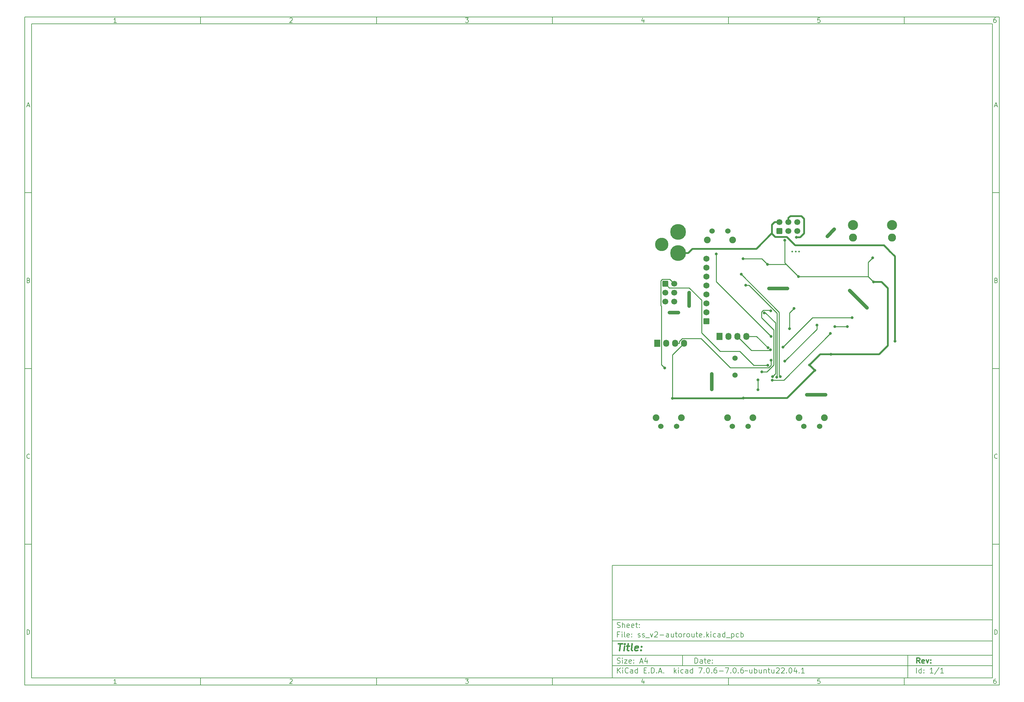
<source format=gbr>
%TF.GenerationSoftware,KiCad,Pcbnew,7.0.6-7.0.6~ubuntu22.04.1*%
%TF.CreationDate,2023-08-01T15:27:09+02:00*%
%TF.ProjectId,ss_v2-autoroute,73735f76-322d-4617-9574-6f726f757465,rev?*%
%TF.SameCoordinates,Original*%
%TF.FileFunction,Copper,L2,Bot*%
%TF.FilePolarity,Positive*%
%FSLAX46Y46*%
G04 Gerber Fmt 4.6, Leading zero omitted, Abs format (unit mm)*
G04 Created by KiCad (PCBNEW 7.0.6-7.0.6~ubuntu22.04.1) date 2023-08-01 15:27:09*
%MOMM*%
%LPD*%
G01*
G04 APERTURE LIST*
G04 Aperture macros list*
%AMRoundRect*
0 Rectangle with rounded corners*
0 $1 Rounding radius*
0 $2 $3 $4 $5 $6 $7 $8 $9 X,Y pos of 4 corners*
0 Add a 4 corners polygon primitive as box body*
4,1,4,$2,$3,$4,$5,$6,$7,$8,$9,$2,$3,0*
0 Add four circle primitives for the rounded corners*
1,1,$1+$1,$2,$3*
1,1,$1+$1,$4,$5*
1,1,$1+$1,$6,$7*
1,1,$1+$1,$8,$9*
0 Add four rect primitives between the rounded corners*
20,1,$1+$1,$2,$3,$4,$5,0*
20,1,$1+$1,$4,$5,$6,$7,0*
20,1,$1+$1,$6,$7,$8,$9,0*
20,1,$1+$1,$8,$9,$2,$3,0*%
G04 Aperture macros list end*
%ADD10C,0.100000*%
%ADD11C,0.150000*%
%ADD12C,0.300000*%
%ADD13C,0.400000*%
%TA.AperFunction,ComponentPad*%
%ADD14R,1.730000X2.030000*%
%TD*%
%TA.AperFunction,ComponentPad*%
%ADD15O,1.730000X2.030000*%
%TD*%
%TA.AperFunction,ComponentPad*%
%ADD16RoundRect,0.250000X-0.600000X-0.600000X0.600000X-0.600000X0.600000X0.600000X-0.600000X0.600000X0*%
%TD*%
%TA.AperFunction,ComponentPad*%
%ADD17C,1.700000*%
%TD*%
%TA.AperFunction,ComponentPad*%
%ADD18C,1.500000*%
%TD*%
%TA.AperFunction,ComponentPad*%
%ADD19C,1.524000*%
%TD*%
%TA.AperFunction,ComponentPad*%
%ADD20C,1.905000*%
%TD*%
%TA.AperFunction,ComponentPad*%
%ADD21C,4.500000*%
%TD*%
%TA.AperFunction,ComponentPad*%
%ADD22C,3.800000*%
%TD*%
%TA.AperFunction,ComponentPad*%
%ADD23RoundRect,0.250000X0.600000X-0.600000X0.600000X0.600000X-0.600000X0.600000X-0.600000X-0.600000X0*%
%TD*%
%TA.AperFunction,ComponentPad*%
%ADD24RoundRect,0.250000X0.620000X-0.620000X0.620000X0.620000X-0.620000X0.620000X-0.620000X-0.620000X0*%
%TD*%
%TA.AperFunction,ComponentPad*%
%ADD25C,1.740000*%
%TD*%
%TA.AperFunction,ComponentPad*%
%ADD26C,2.280000*%
%TD*%
%TA.AperFunction,ComponentPad*%
%ADD27C,2.850000*%
%TD*%
%TA.AperFunction,ComponentPad*%
%ADD28C,0.499999*%
%TD*%
%TA.AperFunction,ViaPad*%
%ADD29C,0.800000*%
%TD*%
%TA.AperFunction,Conductor*%
%ADD30C,0.250000*%
%TD*%
%TA.AperFunction,Conductor*%
%ADD31C,1.000000*%
%TD*%
%TA.AperFunction,Conductor*%
%ADD32C,0.500000*%
%TD*%
G04 APERTURE END LIST*
D10*
D11*
X177002200Y-166007200D02*
X285002200Y-166007200D01*
X285002200Y-198007200D01*
X177002200Y-198007200D01*
X177002200Y-166007200D01*
D10*
D11*
X10000000Y-10000000D02*
X287002200Y-10000000D01*
X287002200Y-200007200D01*
X10000000Y-200007200D01*
X10000000Y-10000000D01*
D10*
D11*
X12000000Y-12000000D02*
X285002200Y-12000000D01*
X285002200Y-198007200D01*
X12000000Y-198007200D01*
X12000000Y-12000000D01*
D10*
D11*
X60000000Y-12000000D02*
X60000000Y-10000000D01*
D10*
D11*
X110000000Y-12000000D02*
X110000000Y-10000000D01*
D10*
D11*
X160000000Y-12000000D02*
X160000000Y-10000000D01*
D10*
D11*
X210000000Y-12000000D02*
X210000000Y-10000000D01*
D10*
D11*
X260000000Y-12000000D02*
X260000000Y-10000000D01*
D10*
D11*
X36089160Y-11593604D02*
X35346303Y-11593604D01*
X35717731Y-11593604D02*
X35717731Y-10293604D01*
X35717731Y-10293604D02*
X35593922Y-10479319D01*
X35593922Y-10479319D02*
X35470112Y-10603128D01*
X35470112Y-10603128D02*
X35346303Y-10665033D01*
D10*
D11*
X85346303Y-10417414D02*
X85408207Y-10355509D01*
X85408207Y-10355509D02*
X85532017Y-10293604D01*
X85532017Y-10293604D02*
X85841541Y-10293604D01*
X85841541Y-10293604D02*
X85965350Y-10355509D01*
X85965350Y-10355509D02*
X86027255Y-10417414D01*
X86027255Y-10417414D02*
X86089160Y-10541223D01*
X86089160Y-10541223D02*
X86089160Y-10665033D01*
X86089160Y-10665033D02*
X86027255Y-10850747D01*
X86027255Y-10850747D02*
X85284398Y-11593604D01*
X85284398Y-11593604D02*
X86089160Y-11593604D01*
D10*
D11*
X135284398Y-10293604D02*
X136089160Y-10293604D01*
X136089160Y-10293604D02*
X135655826Y-10788842D01*
X135655826Y-10788842D02*
X135841541Y-10788842D01*
X135841541Y-10788842D02*
X135965350Y-10850747D01*
X135965350Y-10850747D02*
X136027255Y-10912652D01*
X136027255Y-10912652D02*
X136089160Y-11036461D01*
X136089160Y-11036461D02*
X136089160Y-11345985D01*
X136089160Y-11345985D02*
X136027255Y-11469795D01*
X136027255Y-11469795D02*
X135965350Y-11531700D01*
X135965350Y-11531700D02*
X135841541Y-11593604D01*
X135841541Y-11593604D02*
X135470112Y-11593604D01*
X135470112Y-11593604D02*
X135346303Y-11531700D01*
X135346303Y-11531700D02*
X135284398Y-11469795D01*
D10*
D11*
X185965350Y-10726938D02*
X185965350Y-11593604D01*
X185655826Y-10231700D02*
X185346303Y-11160271D01*
X185346303Y-11160271D02*
X186151064Y-11160271D01*
D10*
D11*
X236027255Y-10293604D02*
X235408207Y-10293604D01*
X235408207Y-10293604D02*
X235346303Y-10912652D01*
X235346303Y-10912652D02*
X235408207Y-10850747D01*
X235408207Y-10850747D02*
X235532017Y-10788842D01*
X235532017Y-10788842D02*
X235841541Y-10788842D01*
X235841541Y-10788842D02*
X235965350Y-10850747D01*
X235965350Y-10850747D02*
X236027255Y-10912652D01*
X236027255Y-10912652D02*
X236089160Y-11036461D01*
X236089160Y-11036461D02*
X236089160Y-11345985D01*
X236089160Y-11345985D02*
X236027255Y-11469795D01*
X236027255Y-11469795D02*
X235965350Y-11531700D01*
X235965350Y-11531700D02*
X235841541Y-11593604D01*
X235841541Y-11593604D02*
X235532017Y-11593604D01*
X235532017Y-11593604D02*
X235408207Y-11531700D01*
X235408207Y-11531700D02*
X235346303Y-11469795D01*
D10*
D11*
X285965350Y-10293604D02*
X285717731Y-10293604D01*
X285717731Y-10293604D02*
X285593922Y-10355509D01*
X285593922Y-10355509D02*
X285532017Y-10417414D01*
X285532017Y-10417414D02*
X285408207Y-10603128D01*
X285408207Y-10603128D02*
X285346303Y-10850747D01*
X285346303Y-10850747D02*
X285346303Y-11345985D01*
X285346303Y-11345985D02*
X285408207Y-11469795D01*
X285408207Y-11469795D02*
X285470112Y-11531700D01*
X285470112Y-11531700D02*
X285593922Y-11593604D01*
X285593922Y-11593604D02*
X285841541Y-11593604D01*
X285841541Y-11593604D02*
X285965350Y-11531700D01*
X285965350Y-11531700D02*
X286027255Y-11469795D01*
X286027255Y-11469795D02*
X286089160Y-11345985D01*
X286089160Y-11345985D02*
X286089160Y-11036461D01*
X286089160Y-11036461D02*
X286027255Y-10912652D01*
X286027255Y-10912652D02*
X285965350Y-10850747D01*
X285965350Y-10850747D02*
X285841541Y-10788842D01*
X285841541Y-10788842D02*
X285593922Y-10788842D01*
X285593922Y-10788842D02*
X285470112Y-10850747D01*
X285470112Y-10850747D02*
X285408207Y-10912652D01*
X285408207Y-10912652D02*
X285346303Y-11036461D01*
D10*
D11*
X60000000Y-198007200D02*
X60000000Y-200007200D01*
D10*
D11*
X110000000Y-198007200D02*
X110000000Y-200007200D01*
D10*
D11*
X160000000Y-198007200D02*
X160000000Y-200007200D01*
D10*
D11*
X210000000Y-198007200D02*
X210000000Y-200007200D01*
D10*
D11*
X260000000Y-198007200D02*
X260000000Y-200007200D01*
D10*
D11*
X36089160Y-199600804D02*
X35346303Y-199600804D01*
X35717731Y-199600804D02*
X35717731Y-198300804D01*
X35717731Y-198300804D02*
X35593922Y-198486519D01*
X35593922Y-198486519D02*
X35470112Y-198610328D01*
X35470112Y-198610328D02*
X35346303Y-198672233D01*
D10*
D11*
X85346303Y-198424614D02*
X85408207Y-198362709D01*
X85408207Y-198362709D02*
X85532017Y-198300804D01*
X85532017Y-198300804D02*
X85841541Y-198300804D01*
X85841541Y-198300804D02*
X85965350Y-198362709D01*
X85965350Y-198362709D02*
X86027255Y-198424614D01*
X86027255Y-198424614D02*
X86089160Y-198548423D01*
X86089160Y-198548423D02*
X86089160Y-198672233D01*
X86089160Y-198672233D02*
X86027255Y-198857947D01*
X86027255Y-198857947D02*
X85284398Y-199600804D01*
X85284398Y-199600804D02*
X86089160Y-199600804D01*
D10*
D11*
X135284398Y-198300804D02*
X136089160Y-198300804D01*
X136089160Y-198300804D02*
X135655826Y-198796042D01*
X135655826Y-198796042D02*
X135841541Y-198796042D01*
X135841541Y-198796042D02*
X135965350Y-198857947D01*
X135965350Y-198857947D02*
X136027255Y-198919852D01*
X136027255Y-198919852D02*
X136089160Y-199043661D01*
X136089160Y-199043661D02*
X136089160Y-199353185D01*
X136089160Y-199353185D02*
X136027255Y-199476995D01*
X136027255Y-199476995D02*
X135965350Y-199538900D01*
X135965350Y-199538900D02*
X135841541Y-199600804D01*
X135841541Y-199600804D02*
X135470112Y-199600804D01*
X135470112Y-199600804D02*
X135346303Y-199538900D01*
X135346303Y-199538900D02*
X135284398Y-199476995D01*
D10*
D11*
X185965350Y-198734138D02*
X185965350Y-199600804D01*
X185655826Y-198238900D02*
X185346303Y-199167471D01*
X185346303Y-199167471D02*
X186151064Y-199167471D01*
D10*
D11*
X236027255Y-198300804D02*
X235408207Y-198300804D01*
X235408207Y-198300804D02*
X235346303Y-198919852D01*
X235346303Y-198919852D02*
X235408207Y-198857947D01*
X235408207Y-198857947D02*
X235532017Y-198796042D01*
X235532017Y-198796042D02*
X235841541Y-198796042D01*
X235841541Y-198796042D02*
X235965350Y-198857947D01*
X235965350Y-198857947D02*
X236027255Y-198919852D01*
X236027255Y-198919852D02*
X236089160Y-199043661D01*
X236089160Y-199043661D02*
X236089160Y-199353185D01*
X236089160Y-199353185D02*
X236027255Y-199476995D01*
X236027255Y-199476995D02*
X235965350Y-199538900D01*
X235965350Y-199538900D02*
X235841541Y-199600804D01*
X235841541Y-199600804D02*
X235532017Y-199600804D01*
X235532017Y-199600804D02*
X235408207Y-199538900D01*
X235408207Y-199538900D02*
X235346303Y-199476995D01*
D10*
D11*
X285965350Y-198300804D02*
X285717731Y-198300804D01*
X285717731Y-198300804D02*
X285593922Y-198362709D01*
X285593922Y-198362709D02*
X285532017Y-198424614D01*
X285532017Y-198424614D02*
X285408207Y-198610328D01*
X285408207Y-198610328D02*
X285346303Y-198857947D01*
X285346303Y-198857947D02*
X285346303Y-199353185D01*
X285346303Y-199353185D02*
X285408207Y-199476995D01*
X285408207Y-199476995D02*
X285470112Y-199538900D01*
X285470112Y-199538900D02*
X285593922Y-199600804D01*
X285593922Y-199600804D02*
X285841541Y-199600804D01*
X285841541Y-199600804D02*
X285965350Y-199538900D01*
X285965350Y-199538900D02*
X286027255Y-199476995D01*
X286027255Y-199476995D02*
X286089160Y-199353185D01*
X286089160Y-199353185D02*
X286089160Y-199043661D01*
X286089160Y-199043661D02*
X286027255Y-198919852D01*
X286027255Y-198919852D02*
X285965350Y-198857947D01*
X285965350Y-198857947D02*
X285841541Y-198796042D01*
X285841541Y-198796042D02*
X285593922Y-198796042D01*
X285593922Y-198796042D02*
X285470112Y-198857947D01*
X285470112Y-198857947D02*
X285408207Y-198919852D01*
X285408207Y-198919852D02*
X285346303Y-199043661D01*
D10*
D11*
X10000000Y-60000000D02*
X12000000Y-60000000D01*
D10*
D11*
X10000000Y-110000000D02*
X12000000Y-110000000D01*
D10*
D11*
X10000000Y-160000000D02*
X12000000Y-160000000D01*
D10*
D11*
X10690476Y-35222176D02*
X11309523Y-35222176D01*
X10566666Y-35593604D02*
X10999999Y-34293604D01*
X10999999Y-34293604D02*
X11433333Y-35593604D01*
D10*
D11*
X11092857Y-84912652D02*
X11278571Y-84974557D01*
X11278571Y-84974557D02*
X11340476Y-85036461D01*
X11340476Y-85036461D02*
X11402380Y-85160271D01*
X11402380Y-85160271D02*
X11402380Y-85345985D01*
X11402380Y-85345985D02*
X11340476Y-85469795D01*
X11340476Y-85469795D02*
X11278571Y-85531700D01*
X11278571Y-85531700D02*
X11154761Y-85593604D01*
X11154761Y-85593604D02*
X10659523Y-85593604D01*
X10659523Y-85593604D02*
X10659523Y-84293604D01*
X10659523Y-84293604D02*
X11092857Y-84293604D01*
X11092857Y-84293604D02*
X11216666Y-84355509D01*
X11216666Y-84355509D02*
X11278571Y-84417414D01*
X11278571Y-84417414D02*
X11340476Y-84541223D01*
X11340476Y-84541223D02*
X11340476Y-84665033D01*
X11340476Y-84665033D02*
X11278571Y-84788842D01*
X11278571Y-84788842D02*
X11216666Y-84850747D01*
X11216666Y-84850747D02*
X11092857Y-84912652D01*
X11092857Y-84912652D02*
X10659523Y-84912652D01*
D10*
D11*
X11402380Y-135469795D02*
X11340476Y-135531700D01*
X11340476Y-135531700D02*
X11154761Y-135593604D01*
X11154761Y-135593604D02*
X11030952Y-135593604D01*
X11030952Y-135593604D02*
X10845238Y-135531700D01*
X10845238Y-135531700D02*
X10721428Y-135407890D01*
X10721428Y-135407890D02*
X10659523Y-135284080D01*
X10659523Y-135284080D02*
X10597619Y-135036461D01*
X10597619Y-135036461D02*
X10597619Y-134850747D01*
X10597619Y-134850747D02*
X10659523Y-134603128D01*
X10659523Y-134603128D02*
X10721428Y-134479319D01*
X10721428Y-134479319D02*
X10845238Y-134355509D01*
X10845238Y-134355509D02*
X11030952Y-134293604D01*
X11030952Y-134293604D02*
X11154761Y-134293604D01*
X11154761Y-134293604D02*
X11340476Y-134355509D01*
X11340476Y-134355509D02*
X11402380Y-134417414D01*
D10*
D11*
X10659523Y-185593604D02*
X10659523Y-184293604D01*
X10659523Y-184293604D02*
X10969047Y-184293604D01*
X10969047Y-184293604D02*
X11154761Y-184355509D01*
X11154761Y-184355509D02*
X11278571Y-184479319D01*
X11278571Y-184479319D02*
X11340476Y-184603128D01*
X11340476Y-184603128D02*
X11402380Y-184850747D01*
X11402380Y-184850747D02*
X11402380Y-185036461D01*
X11402380Y-185036461D02*
X11340476Y-185284080D01*
X11340476Y-185284080D02*
X11278571Y-185407890D01*
X11278571Y-185407890D02*
X11154761Y-185531700D01*
X11154761Y-185531700D02*
X10969047Y-185593604D01*
X10969047Y-185593604D02*
X10659523Y-185593604D01*
D10*
D11*
X287002200Y-60000000D02*
X285002200Y-60000000D01*
D10*
D11*
X287002200Y-110000000D02*
X285002200Y-110000000D01*
D10*
D11*
X287002200Y-160000000D02*
X285002200Y-160000000D01*
D10*
D11*
X285692676Y-35222176D02*
X286311723Y-35222176D01*
X285568866Y-35593604D02*
X286002199Y-34293604D01*
X286002199Y-34293604D02*
X286435533Y-35593604D01*
D10*
D11*
X286095057Y-84912652D02*
X286280771Y-84974557D01*
X286280771Y-84974557D02*
X286342676Y-85036461D01*
X286342676Y-85036461D02*
X286404580Y-85160271D01*
X286404580Y-85160271D02*
X286404580Y-85345985D01*
X286404580Y-85345985D02*
X286342676Y-85469795D01*
X286342676Y-85469795D02*
X286280771Y-85531700D01*
X286280771Y-85531700D02*
X286156961Y-85593604D01*
X286156961Y-85593604D02*
X285661723Y-85593604D01*
X285661723Y-85593604D02*
X285661723Y-84293604D01*
X285661723Y-84293604D02*
X286095057Y-84293604D01*
X286095057Y-84293604D02*
X286218866Y-84355509D01*
X286218866Y-84355509D02*
X286280771Y-84417414D01*
X286280771Y-84417414D02*
X286342676Y-84541223D01*
X286342676Y-84541223D02*
X286342676Y-84665033D01*
X286342676Y-84665033D02*
X286280771Y-84788842D01*
X286280771Y-84788842D02*
X286218866Y-84850747D01*
X286218866Y-84850747D02*
X286095057Y-84912652D01*
X286095057Y-84912652D02*
X285661723Y-84912652D01*
D10*
D11*
X286404580Y-135469795D02*
X286342676Y-135531700D01*
X286342676Y-135531700D02*
X286156961Y-135593604D01*
X286156961Y-135593604D02*
X286033152Y-135593604D01*
X286033152Y-135593604D02*
X285847438Y-135531700D01*
X285847438Y-135531700D02*
X285723628Y-135407890D01*
X285723628Y-135407890D02*
X285661723Y-135284080D01*
X285661723Y-135284080D02*
X285599819Y-135036461D01*
X285599819Y-135036461D02*
X285599819Y-134850747D01*
X285599819Y-134850747D02*
X285661723Y-134603128D01*
X285661723Y-134603128D02*
X285723628Y-134479319D01*
X285723628Y-134479319D02*
X285847438Y-134355509D01*
X285847438Y-134355509D02*
X286033152Y-134293604D01*
X286033152Y-134293604D02*
X286156961Y-134293604D01*
X286156961Y-134293604D02*
X286342676Y-134355509D01*
X286342676Y-134355509D02*
X286404580Y-134417414D01*
D10*
D11*
X285661723Y-185593604D02*
X285661723Y-184293604D01*
X285661723Y-184293604D02*
X285971247Y-184293604D01*
X285971247Y-184293604D02*
X286156961Y-184355509D01*
X286156961Y-184355509D02*
X286280771Y-184479319D01*
X286280771Y-184479319D02*
X286342676Y-184603128D01*
X286342676Y-184603128D02*
X286404580Y-184850747D01*
X286404580Y-184850747D02*
X286404580Y-185036461D01*
X286404580Y-185036461D02*
X286342676Y-185284080D01*
X286342676Y-185284080D02*
X286280771Y-185407890D01*
X286280771Y-185407890D02*
X286156961Y-185531700D01*
X286156961Y-185531700D02*
X285971247Y-185593604D01*
X285971247Y-185593604D02*
X285661723Y-185593604D01*
D10*
D11*
X200458026Y-193793328D02*
X200458026Y-192293328D01*
X200458026Y-192293328D02*
X200815169Y-192293328D01*
X200815169Y-192293328D02*
X201029455Y-192364757D01*
X201029455Y-192364757D02*
X201172312Y-192507614D01*
X201172312Y-192507614D02*
X201243741Y-192650471D01*
X201243741Y-192650471D02*
X201315169Y-192936185D01*
X201315169Y-192936185D02*
X201315169Y-193150471D01*
X201315169Y-193150471D02*
X201243741Y-193436185D01*
X201243741Y-193436185D02*
X201172312Y-193579042D01*
X201172312Y-193579042D02*
X201029455Y-193721900D01*
X201029455Y-193721900D02*
X200815169Y-193793328D01*
X200815169Y-193793328D02*
X200458026Y-193793328D01*
X202600884Y-193793328D02*
X202600884Y-193007614D01*
X202600884Y-193007614D02*
X202529455Y-192864757D01*
X202529455Y-192864757D02*
X202386598Y-192793328D01*
X202386598Y-192793328D02*
X202100884Y-192793328D01*
X202100884Y-192793328D02*
X201958026Y-192864757D01*
X202600884Y-193721900D02*
X202458026Y-193793328D01*
X202458026Y-193793328D02*
X202100884Y-193793328D01*
X202100884Y-193793328D02*
X201958026Y-193721900D01*
X201958026Y-193721900D02*
X201886598Y-193579042D01*
X201886598Y-193579042D02*
X201886598Y-193436185D01*
X201886598Y-193436185D02*
X201958026Y-193293328D01*
X201958026Y-193293328D02*
X202100884Y-193221900D01*
X202100884Y-193221900D02*
X202458026Y-193221900D01*
X202458026Y-193221900D02*
X202600884Y-193150471D01*
X203100884Y-192793328D02*
X203672312Y-192793328D01*
X203315169Y-192293328D02*
X203315169Y-193579042D01*
X203315169Y-193579042D02*
X203386598Y-193721900D01*
X203386598Y-193721900D02*
X203529455Y-193793328D01*
X203529455Y-193793328D02*
X203672312Y-193793328D01*
X204743741Y-193721900D02*
X204600884Y-193793328D01*
X204600884Y-193793328D02*
X204315170Y-193793328D01*
X204315170Y-193793328D02*
X204172312Y-193721900D01*
X204172312Y-193721900D02*
X204100884Y-193579042D01*
X204100884Y-193579042D02*
X204100884Y-193007614D01*
X204100884Y-193007614D02*
X204172312Y-192864757D01*
X204172312Y-192864757D02*
X204315170Y-192793328D01*
X204315170Y-192793328D02*
X204600884Y-192793328D01*
X204600884Y-192793328D02*
X204743741Y-192864757D01*
X204743741Y-192864757D02*
X204815170Y-193007614D01*
X204815170Y-193007614D02*
X204815170Y-193150471D01*
X204815170Y-193150471D02*
X204100884Y-193293328D01*
X205458026Y-193650471D02*
X205529455Y-193721900D01*
X205529455Y-193721900D02*
X205458026Y-193793328D01*
X205458026Y-193793328D02*
X205386598Y-193721900D01*
X205386598Y-193721900D02*
X205458026Y-193650471D01*
X205458026Y-193650471D02*
X205458026Y-193793328D01*
X205458026Y-192864757D02*
X205529455Y-192936185D01*
X205529455Y-192936185D02*
X205458026Y-193007614D01*
X205458026Y-193007614D02*
X205386598Y-192936185D01*
X205386598Y-192936185D02*
X205458026Y-192864757D01*
X205458026Y-192864757D02*
X205458026Y-193007614D01*
D10*
D11*
X177002200Y-194507200D02*
X285002200Y-194507200D01*
D10*
D11*
X178458026Y-196593328D02*
X178458026Y-195093328D01*
X179315169Y-196593328D02*
X178672312Y-195736185D01*
X179315169Y-195093328D02*
X178458026Y-195950471D01*
X179958026Y-196593328D02*
X179958026Y-195593328D01*
X179958026Y-195093328D02*
X179886598Y-195164757D01*
X179886598Y-195164757D02*
X179958026Y-195236185D01*
X179958026Y-195236185D02*
X180029455Y-195164757D01*
X180029455Y-195164757D02*
X179958026Y-195093328D01*
X179958026Y-195093328D02*
X179958026Y-195236185D01*
X181529455Y-196450471D02*
X181458027Y-196521900D01*
X181458027Y-196521900D02*
X181243741Y-196593328D01*
X181243741Y-196593328D02*
X181100884Y-196593328D01*
X181100884Y-196593328D02*
X180886598Y-196521900D01*
X180886598Y-196521900D02*
X180743741Y-196379042D01*
X180743741Y-196379042D02*
X180672312Y-196236185D01*
X180672312Y-196236185D02*
X180600884Y-195950471D01*
X180600884Y-195950471D02*
X180600884Y-195736185D01*
X180600884Y-195736185D02*
X180672312Y-195450471D01*
X180672312Y-195450471D02*
X180743741Y-195307614D01*
X180743741Y-195307614D02*
X180886598Y-195164757D01*
X180886598Y-195164757D02*
X181100884Y-195093328D01*
X181100884Y-195093328D02*
X181243741Y-195093328D01*
X181243741Y-195093328D02*
X181458027Y-195164757D01*
X181458027Y-195164757D02*
X181529455Y-195236185D01*
X182815170Y-196593328D02*
X182815170Y-195807614D01*
X182815170Y-195807614D02*
X182743741Y-195664757D01*
X182743741Y-195664757D02*
X182600884Y-195593328D01*
X182600884Y-195593328D02*
X182315170Y-195593328D01*
X182315170Y-195593328D02*
X182172312Y-195664757D01*
X182815170Y-196521900D02*
X182672312Y-196593328D01*
X182672312Y-196593328D02*
X182315170Y-196593328D01*
X182315170Y-196593328D02*
X182172312Y-196521900D01*
X182172312Y-196521900D02*
X182100884Y-196379042D01*
X182100884Y-196379042D02*
X182100884Y-196236185D01*
X182100884Y-196236185D02*
X182172312Y-196093328D01*
X182172312Y-196093328D02*
X182315170Y-196021900D01*
X182315170Y-196021900D02*
X182672312Y-196021900D01*
X182672312Y-196021900D02*
X182815170Y-195950471D01*
X184172313Y-196593328D02*
X184172313Y-195093328D01*
X184172313Y-196521900D02*
X184029455Y-196593328D01*
X184029455Y-196593328D02*
X183743741Y-196593328D01*
X183743741Y-196593328D02*
X183600884Y-196521900D01*
X183600884Y-196521900D02*
X183529455Y-196450471D01*
X183529455Y-196450471D02*
X183458027Y-196307614D01*
X183458027Y-196307614D02*
X183458027Y-195879042D01*
X183458027Y-195879042D02*
X183529455Y-195736185D01*
X183529455Y-195736185D02*
X183600884Y-195664757D01*
X183600884Y-195664757D02*
X183743741Y-195593328D01*
X183743741Y-195593328D02*
X184029455Y-195593328D01*
X184029455Y-195593328D02*
X184172313Y-195664757D01*
X186029455Y-195807614D02*
X186529455Y-195807614D01*
X186743741Y-196593328D02*
X186029455Y-196593328D01*
X186029455Y-196593328D02*
X186029455Y-195093328D01*
X186029455Y-195093328D02*
X186743741Y-195093328D01*
X187386598Y-196450471D02*
X187458027Y-196521900D01*
X187458027Y-196521900D02*
X187386598Y-196593328D01*
X187386598Y-196593328D02*
X187315170Y-196521900D01*
X187315170Y-196521900D02*
X187386598Y-196450471D01*
X187386598Y-196450471D02*
X187386598Y-196593328D01*
X188100884Y-196593328D02*
X188100884Y-195093328D01*
X188100884Y-195093328D02*
X188458027Y-195093328D01*
X188458027Y-195093328D02*
X188672313Y-195164757D01*
X188672313Y-195164757D02*
X188815170Y-195307614D01*
X188815170Y-195307614D02*
X188886599Y-195450471D01*
X188886599Y-195450471D02*
X188958027Y-195736185D01*
X188958027Y-195736185D02*
X188958027Y-195950471D01*
X188958027Y-195950471D02*
X188886599Y-196236185D01*
X188886599Y-196236185D02*
X188815170Y-196379042D01*
X188815170Y-196379042D02*
X188672313Y-196521900D01*
X188672313Y-196521900D02*
X188458027Y-196593328D01*
X188458027Y-196593328D02*
X188100884Y-196593328D01*
X189600884Y-196450471D02*
X189672313Y-196521900D01*
X189672313Y-196521900D02*
X189600884Y-196593328D01*
X189600884Y-196593328D02*
X189529456Y-196521900D01*
X189529456Y-196521900D02*
X189600884Y-196450471D01*
X189600884Y-196450471D02*
X189600884Y-196593328D01*
X190243742Y-196164757D02*
X190958028Y-196164757D01*
X190100885Y-196593328D02*
X190600885Y-195093328D01*
X190600885Y-195093328D02*
X191100885Y-196593328D01*
X191600884Y-196450471D02*
X191672313Y-196521900D01*
X191672313Y-196521900D02*
X191600884Y-196593328D01*
X191600884Y-196593328D02*
X191529456Y-196521900D01*
X191529456Y-196521900D02*
X191600884Y-196450471D01*
X191600884Y-196450471D02*
X191600884Y-196593328D01*
X194600884Y-196593328D02*
X194600884Y-195093328D01*
X194743742Y-196021900D02*
X195172313Y-196593328D01*
X195172313Y-195593328D02*
X194600884Y-196164757D01*
X195815170Y-196593328D02*
X195815170Y-195593328D01*
X195815170Y-195093328D02*
X195743742Y-195164757D01*
X195743742Y-195164757D02*
X195815170Y-195236185D01*
X195815170Y-195236185D02*
X195886599Y-195164757D01*
X195886599Y-195164757D02*
X195815170Y-195093328D01*
X195815170Y-195093328D02*
X195815170Y-195236185D01*
X197172314Y-196521900D02*
X197029456Y-196593328D01*
X197029456Y-196593328D02*
X196743742Y-196593328D01*
X196743742Y-196593328D02*
X196600885Y-196521900D01*
X196600885Y-196521900D02*
X196529456Y-196450471D01*
X196529456Y-196450471D02*
X196458028Y-196307614D01*
X196458028Y-196307614D02*
X196458028Y-195879042D01*
X196458028Y-195879042D02*
X196529456Y-195736185D01*
X196529456Y-195736185D02*
X196600885Y-195664757D01*
X196600885Y-195664757D02*
X196743742Y-195593328D01*
X196743742Y-195593328D02*
X197029456Y-195593328D01*
X197029456Y-195593328D02*
X197172314Y-195664757D01*
X198458028Y-196593328D02*
X198458028Y-195807614D01*
X198458028Y-195807614D02*
X198386599Y-195664757D01*
X198386599Y-195664757D02*
X198243742Y-195593328D01*
X198243742Y-195593328D02*
X197958028Y-195593328D01*
X197958028Y-195593328D02*
X197815170Y-195664757D01*
X198458028Y-196521900D02*
X198315170Y-196593328D01*
X198315170Y-196593328D02*
X197958028Y-196593328D01*
X197958028Y-196593328D02*
X197815170Y-196521900D01*
X197815170Y-196521900D02*
X197743742Y-196379042D01*
X197743742Y-196379042D02*
X197743742Y-196236185D01*
X197743742Y-196236185D02*
X197815170Y-196093328D01*
X197815170Y-196093328D02*
X197958028Y-196021900D01*
X197958028Y-196021900D02*
X198315170Y-196021900D01*
X198315170Y-196021900D02*
X198458028Y-195950471D01*
X199815171Y-196593328D02*
X199815171Y-195093328D01*
X199815171Y-196521900D02*
X199672313Y-196593328D01*
X199672313Y-196593328D02*
X199386599Y-196593328D01*
X199386599Y-196593328D02*
X199243742Y-196521900D01*
X199243742Y-196521900D02*
X199172313Y-196450471D01*
X199172313Y-196450471D02*
X199100885Y-196307614D01*
X199100885Y-196307614D02*
X199100885Y-195879042D01*
X199100885Y-195879042D02*
X199172313Y-195736185D01*
X199172313Y-195736185D02*
X199243742Y-195664757D01*
X199243742Y-195664757D02*
X199386599Y-195593328D01*
X199386599Y-195593328D02*
X199672313Y-195593328D01*
X199672313Y-195593328D02*
X199815171Y-195664757D01*
X201529456Y-195093328D02*
X202529456Y-195093328D01*
X202529456Y-195093328D02*
X201886599Y-196593328D01*
X203100884Y-196450471D02*
X203172313Y-196521900D01*
X203172313Y-196521900D02*
X203100884Y-196593328D01*
X203100884Y-196593328D02*
X203029456Y-196521900D01*
X203029456Y-196521900D02*
X203100884Y-196450471D01*
X203100884Y-196450471D02*
X203100884Y-196593328D01*
X204100885Y-195093328D02*
X204243742Y-195093328D01*
X204243742Y-195093328D02*
X204386599Y-195164757D01*
X204386599Y-195164757D02*
X204458028Y-195236185D01*
X204458028Y-195236185D02*
X204529456Y-195379042D01*
X204529456Y-195379042D02*
X204600885Y-195664757D01*
X204600885Y-195664757D02*
X204600885Y-196021900D01*
X204600885Y-196021900D02*
X204529456Y-196307614D01*
X204529456Y-196307614D02*
X204458028Y-196450471D01*
X204458028Y-196450471D02*
X204386599Y-196521900D01*
X204386599Y-196521900D02*
X204243742Y-196593328D01*
X204243742Y-196593328D02*
X204100885Y-196593328D01*
X204100885Y-196593328D02*
X203958028Y-196521900D01*
X203958028Y-196521900D02*
X203886599Y-196450471D01*
X203886599Y-196450471D02*
X203815170Y-196307614D01*
X203815170Y-196307614D02*
X203743742Y-196021900D01*
X203743742Y-196021900D02*
X203743742Y-195664757D01*
X203743742Y-195664757D02*
X203815170Y-195379042D01*
X203815170Y-195379042D02*
X203886599Y-195236185D01*
X203886599Y-195236185D02*
X203958028Y-195164757D01*
X203958028Y-195164757D02*
X204100885Y-195093328D01*
X205243741Y-196450471D02*
X205315170Y-196521900D01*
X205315170Y-196521900D02*
X205243741Y-196593328D01*
X205243741Y-196593328D02*
X205172313Y-196521900D01*
X205172313Y-196521900D02*
X205243741Y-196450471D01*
X205243741Y-196450471D02*
X205243741Y-196593328D01*
X206600885Y-195093328D02*
X206315170Y-195093328D01*
X206315170Y-195093328D02*
X206172313Y-195164757D01*
X206172313Y-195164757D02*
X206100885Y-195236185D01*
X206100885Y-195236185D02*
X205958027Y-195450471D01*
X205958027Y-195450471D02*
X205886599Y-195736185D01*
X205886599Y-195736185D02*
X205886599Y-196307614D01*
X205886599Y-196307614D02*
X205958027Y-196450471D01*
X205958027Y-196450471D02*
X206029456Y-196521900D01*
X206029456Y-196521900D02*
X206172313Y-196593328D01*
X206172313Y-196593328D02*
X206458027Y-196593328D01*
X206458027Y-196593328D02*
X206600885Y-196521900D01*
X206600885Y-196521900D02*
X206672313Y-196450471D01*
X206672313Y-196450471D02*
X206743742Y-196307614D01*
X206743742Y-196307614D02*
X206743742Y-195950471D01*
X206743742Y-195950471D02*
X206672313Y-195807614D01*
X206672313Y-195807614D02*
X206600885Y-195736185D01*
X206600885Y-195736185D02*
X206458027Y-195664757D01*
X206458027Y-195664757D02*
X206172313Y-195664757D01*
X206172313Y-195664757D02*
X206029456Y-195736185D01*
X206029456Y-195736185D02*
X205958027Y-195807614D01*
X205958027Y-195807614D02*
X205886599Y-195950471D01*
X207386598Y-196021900D02*
X208529456Y-196021900D01*
X209100884Y-195093328D02*
X210100884Y-195093328D01*
X210100884Y-195093328D02*
X209458027Y-196593328D01*
X210672312Y-196450471D02*
X210743741Y-196521900D01*
X210743741Y-196521900D02*
X210672312Y-196593328D01*
X210672312Y-196593328D02*
X210600884Y-196521900D01*
X210600884Y-196521900D02*
X210672312Y-196450471D01*
X210672312Y-196450471D02*
X210672312Y-196593328D01*
X211672313Y-195093328D02*
X211815170Y-195093328D01*
X211815170Y-195093328D02*
X211958027Y-195164757D01*
X211958027Y-195164757D02*
X212029456Y-195236185D01*
X212029456Y-195236185D02*
X212100884Y-195379042D01*
X212100884Y-195379042D02*
X212172313Y-195664757D01*
X212172313Y-195664757D02*
X212172313Y-196021900D01*
X212172313Y-196021900D02*
X212100884Y-196307614D01*
X212100884Y-196307614D02*
X212029456Y-196450471D01*
X212029456Y-196450471D02*
X211958027Y-196521900D01*
X211958027Y-196521900D02*
X211815170Y-196593328D01*
X211815170Y-196593328D02*
X211672313Y-196593328D01*
X211672313Y-196593328D02*
X211529456Y-196521900D01*
X211529456Y-196521900D02*
X211458027Y-196450471D01*
X211458027Y-196450471D02*
X211386598Y-196307614D01*
X211386598Y-196307614D02*
X211315170Y-196021900D01*
X211315170Y-196021900D02*
X211315170Y-195664757D01*
X211315170Y-195664757D02*
X211386598Y-195379042D01*
X211386598Y-195379042D02*
X211458027Y-195236185D01*
X211458027Y-195236185D02*
X211529456Y-195164757D01*
X211529456Y-195164757D02*
X211672313Y-195093328D01*
X212815169Y-196450471D02*
X212886598Y-196521900D01*
X212886598Y-196521900D02*
X212815169Y-196593328D01*
X212815169Y-196593328D02*
X212743741Y-196521900D01*
X212743741Y-196521900D02*
X212815169Y-196450471D01*
X212815169Y-196450471D02*
X212815169Y-196593328D01*
X214172313Y-195093328D02*
X213886598Y-195093328D01*
X213886598Y-195093328D02*
X213743741Y-195164757D01*
X213743741Y-195164757D02*
X213672313Y-195236185D01*
X213672313Y-195236185D02*
X213529455Y-195450471D01*
X213529455Y-195450471D02*
X213458027Y-195736185D01*
X213458027Y-195736185D02*
X213458027Y-196307614D01*
X213458027Y-196307614D02*
X213529455Y-196450471D01*
X213529455Y-196450471D02*
X213600884Y-196521900D01*
X213600884Y-196521900D02*
X213743741Y-196593328D01*
X213743741Y-196593328D02*
X214029455Y-196593328D01*
X214029455Y-196593328D02*
X214172313Y-196521900D01*
X214172313Y-196521900D02*
X214243741Y-196450471D01*
X214243741Y-196450471D02*
X214315170Y-196307614D01*
X214315170Y-196307614D02*
X214315170Y-195950471D01*
X214315170Y-195950471D02*
X214243741Y-195807614D01*
X214243741Y-195807614D02*
X214172313Y-195736185D01*
X214172313Y-195736185D02*
X214029455Y-195664757D01*
X214029455Y-195664757D02*
X213743741Y-195664757D01*
X213743741Y-195664757D02*
X213600884Y-195736185D01*
X213600884Y-195736185D02*
X213529455Y-195807614D01*
X213529455Y-195807614D02*
X213458027Y-195950471D01*
X214743741Y-196021900D02*
X214815169Y-195950471D01*
X214815169Y-195950471D02*
X214958026Y-195879042D01*
X214958026Y-195879042D02*
X215243741Y-196021900D01*
X215243741Y-196021900D02*
X215386598Y-195950471D01*
X215386598Y-195950471D02*
X215458026Y-195879042D01*
X216672313Y-195593328D02*
X216672313Y-196593328D01*
X216029455Y-195593328D02*
X216029455Y-196379042D01*
X216029455Y-196379042D02*
X216100884Y-196521900D01*
X216100884Y-196521900D02*
X216243741Y-196593328D01*
X216243741Y-196593328D02*
X216458027Y-196593328D01*
X216458027Y-196593328D02*
X216600884Y-196521900D01*
X216600884Y-196521900D02*
X216672313Y-196450471D01*
X217386598Y-196593328D02*
X217386598Y-195093328D01*
X217386598Y-195664757D02*
X217529456Y-195593328D01*
X217529456Y-195593328D02*
X217815170Y-195593328D01*
X217815170Y-195593328D02*
X217958027Y-195664757D01*
X217958027Y-195664757D02*
X218029456Y-195736185D01*
X218029456Y-195736185D02*
X218100884Y-195879042D01*
X218100884Y-195879042D02*
X218100884Y-196307614D01*
X218100884Y-196307614D02*
X218029456Y-196450471D01*
X218029456Y-196450471D02*
X217958027Y-196521900D01*
X217958027Y-196521900D02*
X217815170Y-196593328D01*
X217815170Y-196593328D02*
X217529456Y-196593328D01*
X217529456Y-196593328D02*
X217386598Y-196521900D01*
X219386599Y-195593328D02*
X219386599Y-196593328D01*
X218743741Y-195593328D02*
X218743741Y-196379042D01*
X218743741Y-196379042D02*
X218815170Y-196521900D01*
X218815170Y-196521900D02*
X218958027Y-196593328D01*
X218958027Y-196593328D02*
X219172313Y-196593328D01*
X219172313Y-196593328D02*
X219315170Y-196521900D01*
X219315170Y-196521900D02*
X219386599Y-196450471D01*
X220100884Y-195593328D02*
X220100884Y-196593328D01*
X220100884Y-195736185D02*
X220172313Y-195664757D01*
X220172313Y-195664757D02*
X220315170Y-195593328D01*
X220315170Y-195593328D02*
X220529456Y-195593328D01*
X220529456Y-195593328D02*
X220672313Y-195664757D01*
X220672313Y-195664757D02*
X220743742Y-195807614D01*
X220743742Y-195807614D02*
X220743742Y-196593328D01*
X221243742Y-195593328D02*
X221815170Y-195593328D01*
X221458027Y-195093328D02*
X221458027Y-196379042D01*
X221458027Y-196379042D02*
X221529456Y-196521900D01*
X221529456Y-196521900D02*
X221672313Y-196593328D01*
X221672313Y-196593328D02*
X221815170Y-196593328D01*
X222958028Y-195593328D02*
X222958028Y-196593328D01*
X222315170Y-195593328D02*
X222315170Y-196379042D01*
X222315170Y-196379042D02*
X222386599Y-196521900D01*
X222386599Y-196521900D02*
X222529456Y-196593328D01*
X222529456Y-196593328D02*
X222743742Y-196593328D01*
X222743742Y-196593328D02*
X222886599Y-196521900D01*
X222886599Y-196521900D02*
X222958028Y-196450471D01*
X223600885Y-195236185D02*
X223672313Y-195164757D01*
X223672313Y-195164757D02*
X223815171Y-195093328D01*
X223815171Y-195093328D02*
X224172313Y-195093328D01*
X224172313Y-195093328D02*
X224315171Y-195164757D01*
X224315171Y-195164757D02*
X224386599Y-195236185D01*
X224386599Y-195236185D02*
X224458028Y-195379042D01*
X224458028Y-195379042D02*
X224458028Y-195521900D01*
X224458028Y-195521900D02*
X224386599Y-195736185D01*
X224386599Y-195736185D02*
X223529456Y-196593328D01*
X223529456Y-196593328D02*
X224458028Y-196593328D01*
X225029456Y-195236185D02*
X225100884Y-195164757D01*
X225100884Y-195164757D02*
X225243742Y-195093328D01*
X225243742Y-195093328D02*
X225600884Y-195093328D01*
X225600884Y-195093328D02*
X225743742Y-195164757D01*
X225743742Y-195164757D02*
X225815170Y-195236185D01*
X225815170Y-195236185D02*
X225886599Y-195379042D01*
X225886599Y-195379042D02*
X225886599Y-195521900D01*
X225886599Y-195521900D02*
X225815170Y-195736185D01*
X225815170Y-195736185D02*
X224958027Y-196593328D01*
X224958027Y-196593328D02*
X225886599Y-196593328D01*
X226529455Y-196450471D02*
X226600884Y-196521900D01*
X226600884Y-196521900D02*
X226529455Y-196593328D01*
X226529455Y-196593328D02*
X226458027Y-196521900D01*
X226458027Y-196521900D02*
X226529455Y-196450471D01*
X226529455Y-196450471D02*
X226529455Y-196593328D01*
X227529456Y-195093328D02*
X227672313Y-195093328D01*
X227672313Y-195093328D02*
X227815170Y-195164757D01*
X227815170Y-195164757D02*
X227886599Y-195236185D01*
X227886599Y-195236185D02*
X227958027Y-195379042D01*
X227958027Y-195379042D02*
X228029456Y-195664757D01*
X228029456Y-195664757D02*
X228029456Y-196021900D01*
X228029456Y-196021900D02*
X227958027Y-196307614D01*
X227958027Y-196307614D02*
X227886599Y-196450471D01*
X227886599Y-196450471D02*
X227815170Y-196521900D01*
X227815170Y-196521900D02*
X227672313Y-196593328D01*
X227672313Y-196593328D02*
X227529456Y-196593328D01*
X227529456Y-196593328D02*
X227386599Y-196521900D01*
X227386599Y-196521900D02*
X227315170Y-196450471D01*
X227315170Y-196450471D02*
X227243741Y-196307614D01*
X227243741Y-196307614D02*
X227172313Y-196021900D01*
X227172313Y-196021900D02*
X227172313Y-195664757D01*
X227172313Y-195664757D02*
X227243741Y-195379042D01*
X227243741Y-195379042D02*
X227315170Y-195236185D01*
X227315170Y-195236185D02*
X227386599Y-195164757D01*
X227386599Y-195164757D02*
X227529456Y-195093328D01*
X229315170Y-195593328D02*
X229315170Y-196593328D01*
X228958027Y-195021900D02*
X228600884Y-196093328D01*
X228600884Y-196093328D02*
X229529455Y-196093328D01*
X230100883Y-196450471D02*
X230172312Y-196521900D01*
X230172312Y-196521900D02*
X230100883Y-196593328D01*
X230100883Y-196593328D02*
X230029455Y-196521900D01*
X230029455Y-196521900D02*
X230100883Y-196450471D01*
X230100883Y-196450471D02*
X230100883Y-196593328D01*
X231600884Y-196593328D02*
X230743741Y-196593328D01*
X231172312Y-196593328D02*
X231172312Y-195093328D01*
X231172312Y-195093328D02*
X231029455Y-195307614D01*
X231029455Y-195307614D02*
X230886598Y-195450471D01*
X230886598Y-195450471D02*
X230743741Y-195521900D01*
D10*
D11*
X177002200Y-191507200D02*
X285002200Y-191507200D01*
D10*
D12*
X264413853Y-193785528D02*
X263913853Y-193071242D01*
X263556710Y-193785528D02*
X263556710Y-192285528D01*
X263556710Y-192285528D02*
X264128139Y-192285528D01*
X264128139Y-192285528D02*
X264270996Y-192356957D01*
X264270996Y-192356957D02*
X264342425Y-192428385D01*
X264342425Y-192428385D02*
X264413853Y-192571242D01*
X264413853Y-192571242D02*
X264413853Y-192785528D01*
X264413853Y-192785528D02*
X264342425Y-192928385D01*
X264342425Y-192928385D02*
X264270996Y-192999814D01*
X264270996Y-192999814D02*
X264128139Y-193071242D01*
X264128139Y-193071242D02*
X263556710Y-193071242D01*
X265628139Y-193714100D02*
X265485282Y-193785528D01*
X265485282Y-193785528D02*
X265199568Y-193785528D01*
X265199568Y-193785528D02*
X265056710Y-193714100D01*
X265056710Y-193714100D02*
X264985282Y-193571242D01*
X264985282Y-193571242D02*
X264985282Y-192999814D01*
X264985282Y-192999814D02*
X265056710Y-192856957D01*
X265056710Y-192856957D02*
X265199568Y-192785528D01*
X265199568Y-192785528D02*
X265485282Y-192785528D01*
X265485282Y-192785528D02*
X265628139Y-192856957D01*
X265628139Y-192856957D02*
X265699568Y-192999814D01*
X265699568Y-192999814D02*
X265699568Y-193142671D01*
X265699568Y-193142671D02*
X264985282Y-193285528D01*
X266199567Y-192785528D02*
X266556710Y-193785528D01*
X266556710Y-193785528D02*
X266913853Y-192785528D01*
X267485281Y-193642671D02*
X267556710Y-193714100D01*
X267556710Y-193714100D02*
X267485281Y-193785528D01*
X267485281Y-193785528D02*
X267413853Y-193714100D01*
X267413853Y-193714100D02*
X267485281Y-193642671D01*
X267485281Y-193642671D02*
X267485281Y-193785528D01*
X267485281Y-192856957D02*
X267556710Y-192928385D01*
X267556710Y-192928385D02*
X267485281Y-192999814D01*
X267485281Y-192999814D02*
X267413853Y-192928385D01*
X267413853Y-192928385D02*
X267485281Y-192856957D01*
X267485281Y-192856957D02*
X267485281Y-192999814D01*
D10*
D11*
X178386598Y-193721900D02*
X178600884Y-193793328D01*
X178600884Y-193793328D02*
X178958026Y-193793328D01*
X178958026Y-193793328D02*
X179100884Y-193721900D01*
X179100884Y-193721900D02*
X179172312Y-193650471D01*
X179172312Y-193650471D02*
X179243741Y-193507614D01*
X179243741Y-193507614D02*
X179243741Y-193364757D01*
X179243741Y-193364757D02*
X179172312Y-193221900D01*
X179172312Y-193221900D02*
X179100884Y-193150471D01*
X179100884Y-193150471D02*
X178958026Y-193079042D01*
X178958026Y-193079042D02*
X178672312Y-193007614D01*
X178672312Y-193007614D02*
X178529455Y-192936185D01*
X178529455Y-192936185D02*
X178458026Y-192864757D01*
X178458026Y-192864757D02*
X178386598Y-192721900D01*
X178386598Y-192721900D02*
X178386598Y-192579042D01*
X178386598Y-192579042D02*
X178458026Y-192436185D01*
X178458026Y-192436185D02*
X178529455Y-192364757D01*
X178529455Y-192364757D02*
X178672312Y-192293328D01*
X178672312Y-192293328D02*
X179029455Y-192293328D01*
X179029455Y-192293328D02*
X179243741Y-192364757D01*
X179886597Y-193793328D02*
X179886597Y-192793328D01*
X179886597Y-192293328D02*
X179815169Y-192364757D01*
X179815169Y-192364757D02*
X179886597Y-192436185D01*
X179886597Y-192436185D02*
X179958026Y-192364757D01*
X179958026Y-192364757D02*
X179886597Y-192293328D01*
X179886597Y-192293328D02*
X179886597Y-192436185D01*
X180458026Y-192793328D02*
X181243741Y-192793328D01*
X181243741Y-192793328D02*
X180458026Y-193793328D01*
X180458026Y-193793328D02*
X181243741Y-193793328D01*
X182386598Y-193721900D02*
X182243741Y-193793328D01*
X182243741Y-193793328D02*
X181958027Y-193793328D01*
X181958027Y-193793328D02*
X181815169Y-193721900D01*
X181815169Y-193721900D02*
X181743741Y-193579042D01*
X181743741Y-193579042D02*
X181743741Y-193007614D01*
X181743741Y-193007614D02*
X181815169Y-192864757D01*
X181815169Y-192864757D02*
X181958027Y-192793328D01*
X181958027Y-192793328D02*
X182243741Y-192793328D01*
X182243741Y-192793328D02*
X182386598Y-192864757D01*
X182386598Y-192864757D02*
X182458027Y-193007614D01*
X182458027Y-193007614D02*
X182458027Y-193150471D01*
X182458027Y-193150471D02*
X181743741Y-193293328D01*
X183100883Y-193650471D02*
X183172312Y-193721900D01*
X183172312Y-193721900D02*
X183100883Y-193793328D01*
X183100883Y-193793328D02*
X183029455Y-193721900D01*
X183029455Y-193721900D02*
X183100883Y-193650471D01*
X183100883Y-193650471D02*
X183100883Y-193793328D01*
X183100883Y-192864757D02*
X183172312Y-192936185D01*
X183172312Y-192936185D02*
X183100883Y-193007614D01*
X183100883Y-193007614D02*
X183029455Y-192936185D01*
X183029455Y-192936185D02*
X183100883Y-192864757D01*
X183100883Y-192864757D02*
X183100883Y-193007614D01*
X184886598Y-193364757D02*
X185600884Y-193364757D01*
X184743741Y-193793328D02*
X185243741Y-192293328D01*
X185243741Y-192293328D02*
X185743741Y-193793328D01*
X186886598Y-192793328D02*
X186886598Y-193793328D01*
X186529455Y-192221900D02*
X186172312Y-193293328D01*
X186172312Y-193293328D02*
X187100883Y-193293328D01*
D10*
D11*
X263458026Y-196593328D02*
X263458026Y-195093328D01*
X264815170Y-196593328D02*
X264815170Y-195093328D01*
X264815170Y-196521900D02*
X264672312Y-196593328D01*
X264672312Y-196593328D02*
X264386598Y-196593328D01*
X264386598Y-196593328D02*
X264243741Y-196521900D01*
X264243741Y-196521900D02*
X264172312Y-196450471D01*
X264172312Y-196450471D02*
X264100884Y-196307614D01*
X264100884Y-196307614D02*
X264100884Y-195879042D01*
X264100884Y-195879042D02*
X264172312Y-195736185D01*
X264172312Y-195736185D02*
X264243741Y-195664757D01*
X264243741Y-195664757D02*
X264386598Y-195593328D01*
X264386598Y-195593328D02*
X264672312Y-195593328D01*
X264672312Y-195593328D02*
X264815170Y-195664757D01*
X265529455Y-196450471D02*
X265600884Y-196521900D01*
X265600884Y-196521900D02*
X265529455Y-196593328D01*
X265529455Y-196593328D02*
X265458027Y-196521900D01*
X265458027Y-196521900D02*
X265529455Y-196450471D01*
X265529455Y-196450471D02*
X265529455Y-196593328D01*
X265529455Y-195664757D02*
X265600884Y-195736185D01*
X265600884Y-195736185D02*
X265529455Y-195807614D01*
X265529455Y-195807614D02*
X265458027Y-195736185D01*
X265458027Y-195736185D02*
X265529455Y-195664757D01*
X265529455Y-195664757D02*
X265529455Y-195807614D01*
X268172313Y-196593328D02*
X267315170Y-196593328D01*
X267743741Y-196593328D02*
X267743741Y-195093328D01*
X267743741Y-195093328D02*
X267600884Y-195307614D01*
X267600884Y-195307614D02*
X267458027Y-195450471D01*
X267458027Y-195450471D02*
X267315170Y-195521900D01*
X269886598Y-195021900D02*
X268600884Y-196950471D01*
X271172313Y-196593328D02*
X270315170Y-196593328D01*
X270743741Y-196593328D02*
X270743741Y-195093328D01*
X270743741Y-195093328D02*
X270600884Y-195307614D01*
X270600884Y-195307614D02*
X270458027Y-195450471D01*
X270458027Y-195450471D02*
X270315170Y-195521900D01*
D10*
D11*
X177002200Y-187507200D02*
X285002200Y-187507200D01*
D10*
D13*
X178693928Y-188211638D02*
X179836785Y-188211638D01*
X179015357Y-190211638D02*
X179265357Y-188211638D01*
X180253452Y-190211638D02*
X180420119Y-188878304D01*
X180503452Y-188211638D02*
X180396309Y-188306876D01*
X180396309Y-188306876D02*
X180479643Y-188402114D01*
X180479643Y-188402114D02*
X180586786Y-188306876D01*
X180586786Y-188306876D02*
X180503452Y-188211638D01*
X180503452Y-188211638D02*
X180479643Y-188402114D01*
X181086786Y-188878304D02*
X181848690Y-188878304D01*
X181455833Y-188211638D02*
X181241548Y-189925923D01*
X181241548Y-189925923D02*
X181312976Y-190116400D01*
X181312976Y-190116400D02*
X181491548Y-190211638D01*
X181491548Y-190211638D02*
X181682024Y-190211638D01*
X182634405Y-190211638D02*
X182455833Y-190116400D01*
X182455833Y-190116400D02*
X182384405Y-189925923D01*
X182384405Y-189925923D02*
X182598690Y-188211638D01*
X184170119Y-190116400D02*
X183967738Y-190211638D01*
X183967738Y-190211638D02*
X183586785Y-190211638D01*
X183586785Y-190211638D02*
X183408214Y-190116400D01*
X183408214Y-190116400D02*
X183336785Y-189925923D01*
X183336785Y-189925923D02*
X183432024Y-189164019D01*
X183432024Y-189164019D02*
X183551071Y-188973542D01*
X183551071Y-188973542D02*
X183753452Y-188878304D01*
X183753452Y-188878304D02*
X184134404Y-188878304D01*
X184134404Y-188878304D02*
X184312976Y-188973542D01*
X184312976Y-188973542D02*
X184384404Y-189164019D01*
X184384404Y-189164019D02*
X184360595Y-189354495D01*
X184360595Y-189354495D02*
X183384404Y-189544971D01*
X185134405Y-190021161D02*
X185217738Y-190116400D01*
X185217738Y-190116400D02*
X185110595Y-190211638D01*
X185110595Y-190211638D02*
X185027262Y-190116400D01*
X185027262Y-190116400D02*
X185134405Y-190021161D01*
X185134405Y-190021161D02*
X185110595Y-190211638D01*
X185265357Y-188973542D02*
X185348690Y-189068780D01*
X185348690Y-189068780D02*
X185241548Y-189164019D01*
X185241548Y-189164019D02*
X185158214Y-189068780D01*
X185158214Y-189068780D02*
X185265357Y-188973542D01*
X185265357Y-188973542D02*
X185241548Y-189164019D01*
D10*
D11*
X178958026Y-185607614D02*
X178458026Y-185607614D01*
X178458026Y-186393328D02*
X178458026Y-184893328D01*
X178458026Y-184893328D02*
X179172312Y-184893328D01*
X179743740Y-186393328D02*
X179743740Y-185393328D01*
X179743740Y-184893328D02*
X179672312Y-184964757D01*
X179672312Y-184964757D02*
X179743740Y-185036185D01*
X179743740Y-185036185D02*
X179815169Y-184964757D01*
X179815169Y-184964757D02*
X179743740Y-184893328D01*
X179743740Y-184893328D02*
X179743740Y-185036185D01*
X180672312Y-186393328D02*
X180529455Y-186321900D01*
X180529455Y-186321900D02*
X180458026Y-186179042D01*
X180458026Y-186179042D02*
X180458026Y-184893328D01*
X181815169Y-186321900D02*
X181672312Y-186393328D01*
X181672312Y-186393328D02*
X181386598Y-186393328D01*
X181386598Y-186393328D02*
X181243740Y-186321900D01*
X181243740Y-186321900D02*
X181172312Y-186179042D01*
X181172312Y-186179042D02*
X181172312Y-185607614D01*
X181172312Y-185607614D02*
X181243740Y-185464757D01*
X181243740Y-185464757D02*
X181386598Y-185393328D01*
X181386598Y-185393328D02*
X181672312Y-185393328D01*
X181672312Y-185393328D02*
X181815169Y-185464757D01*
X181815169Y-185464757D02*
X181886598Y-185607614D01*
X181886598Y-185607614D02*
X181886598Y-185750471D01*
X181886598Y-185750471D02*
X181172312Y-185893328D01*
X182529454Y-186250471D02*
X182600883Y-186321900D01*
X182600883Y-186321900D02*
X182529454Y-186393328D01*
X182529454Y-186393328D02*
X182458026Y-186321900D01*
X182458026Y-186321900D02*
X182529454Y-186250471D01*
X182529454Y-186250471D02*
X182529454Y-186393328D01*
X182529454Y-185464757D02*
X182600883Y-185536185D01*
X182600883Y-185536185D02*
X182529454Y-185607614D01*
X182529454Y-185607614D02*
X182458026Y-185536185D01*
X182458026Y-185536185D02*
X182529454Y-185464757D01*
X182529454Y-185464757D02*
X182529454Y-185607614D01*
X184315169Y-186321900D02*
X184458026Y-186393328D01*
X184458026Y-186393328D02*
X184743740Y-186393328D01*
X184743740Y-186393328D02*
X184886597Y-186321900D01*
X184886597Y-186321900D02*
X184958026Y-186179042D01*
X184958026Y-186179042D02*
X184958026Y-186107614D01*
X184958026Y-186107614D02*
X184886597Y-185964757D01*
X184886597Y-185964757D02*
X184743740Y-185893328D01*
X184743740Y-185893328D02*
X184529455Y-185893328D01*
X184529455Y-185893328D02*
X184386597Y-185821900D01*
X184386597Y-185821900D02*
X184315169Y-185679042D01*
X184315169Y-185679042D02*
X184315169Y-185607614D01*
X184315169Y-185607614D02*
X184386597Y-185464757D01*
X184386597Y-185464757D02*
X184529455Y-185393328D01*
X184529455Y-185393328D02*
X184743740Y-185393328D01*
X184743740Y-185393328D02*
X184886597Y-185464757D01*
X185529455Y-186321900D02*
X185672312Y-186393328D01*
X185672312Y-186393328D02*
X185958026Y-186393328D01*
X185958026Y-186393328D02*
X186100883Y-186321900D01*
X186100883Y-186321900D02*
X186172312Y-186179042D01*
X186172312Y-186179042D02*
X186172312Y-186107614D01*
X186172312Y-186107614D02*
X186100883Y-185964757D01*
X186100883Y-185964757D02*
X185958026Y-185893328D01*
X185958026Y-185893328D02*
X185743741Y-185893328D01*
X185743741Y-185893328D02*
X185600883Y-185821900D01*
X185600883Y-185821900D02*
X185529455Y-185679042D01*
X185529455Y-185679042D02*
X185529455Y-185607614D01*
X185529455Y-185607614D02*
X185600883Y-185464757D01*
X185600883Y-185464757D02*
X185743741Y-185393328D01*
X185743741Y-185393328D02*
X185958026Y-185393328D01*
X185958026Y-185393328D02*
X186100883Y-185464757D01*
X186458027Y-186536185D02*
X187600884Y-186536185D01*
X187815169Y-185393328D02*
X188172312Y-186393328D01*
X188172312Y-186393328D02*
X188529455Y-185393328D01*
X189029455Y-185036185D02*
X189100883Y-184964757D01*
X189100883Y-184964757D02*
X189243741Y-184893328D01*
X189243741Y-184893328D02*
X189600883Y-184893328D01*
X189600883Y-184893328D02*
X189743741Y-184964757D01*
X189743741Y-184964757D02*
X189815169Y-185036185D01*
X189815169Y-185036185D02*
X189886598Y-185179042D01*
X189886598Y-185179042D02*
X189886598Y-185321900D01*
X189886598Y-185321900D02*
X189815169Y-185536185D01*
X189815169Y-185536185D02*
X188958026Y-186393328D01*
X188958026Y-186393328D02*
X189886598Y-186393328D01*
X190529454Y-185821900D02*
X191672312Y-185821900D01*
X193029455Y-186393328D02*
X193029455Y-185607614D01*
X193029455Y-185607614D02*
X192958026Y-185464757D01*
X192958026Y-185464757D02*
X192815169Y-185393328D01*
X192815169Y-185393328D02*
X192529455Y-185393328D01*
X192529455Y-185393328D02*
X192386597Y-185464757D01*
X193029455Y-186321900D02*
X192886597Y-186393328D01*
X192886597Y-186393328D02*
X192529455Y-186393328D01*
X192529455Y-186393328D02*
X192386597Y-186321900D01*
X192386597Y-186321900D02*
X192315169Y-186179042D01*
X192315169Y-186179042D02*
X192315169Y-186036185D01*
X192315169Y-186036185D02*
X192386597Y-185893328D01*
X192386597Y-185893328D02*
X192529455Y-185821900D01*
X192529455Y-185821900D02*
X192886597Y-185821900D01*
X192886597Y-185821900D02*
X193029455Y-185750471D01*
X194386598Y-185393328D02*
X194386598Y-186393328D01*
X193743740Y-185393328D02*
X193743740Y-186179042D01*
X193743740Y-186179042D02*
X193815169Y-186321900D01*
X193815169Y-186321900D02*
X193958026Y-186393328D01*
X193958026Y-186393328D02*
X194172312Y-186393328D01*
X194172312Y-186393328D02*
X194315169Y-186321900D01*
X194315169Y-186321900D02*
X194386598Y-186250471D01*
X194886598Y-185393328D02*
X195458026Y-185393328D01*
X195100883Y-184893328D02*
X195100883Y-186179042D01*
X195100883Y-186179042D02*
X195172312Y-186321900D01*
X195172312Y-186321900D02*
X195315169Y-186393328D01*
X195315169Y-186393328D02*
X195458026Y-186393328D01*
X196172312Y-186393328D02*
X196029455Y-186321900D01*
X196029455Y-186321900D02*
X195958026Y-186250471D01*
X195958026Y-186250471D02*
X195886598Y-186107614D01*
X195886598Y-186107614D02*
X195886598Y-185679042D01*
X195886598Y-185679042D02*
X195958026Y-185536185D01*
X195958026Y-185536185D02*
X196029455Y-185464757D01*
X196029455Y-185464757D02*
X196172312Y-185393328D01*
X196172312Y-185393328D02*
X196386598Y-185393328D01*
X196386598Y-185393328D02*
X196529455Y-185464757D01*
X196529455Y-185464757D02*
X196600884Y-185536185D01*
X196600884Y-185536185D02*
X196672312Y-185679042D01*
X196672312Y-185679042D02*
X196672312Y-186107614D01*
X196672312Y-186107614D02*
X196600884Y-186250471D01*
X196600884Y-186250471D02*
X196529455Y-186321900D01*
X196529455Y-186321900D02*
X196386598Y-186393328D01*
X196386598Y-186393328D02*
X196172312Y-186393328D01*
X197315169Y-186393328D02*
X197315169Y-185393328D01*
X197315169Y-185679042D02*
X197386598Y-185536185D01*
X197386598Y-185536185D02*
X197458027Y-185464757D01*
X197458027Y-185464757D02*
X197600884Y-185393328D01*
X197600884Y-185393328D02*
X197743741Y-185393328D01*
X198458026Y-186393328D02*
X198315169Y-186321900D01*
X198315169Y-186321900D02*
X198243740Y-186250471D01*
X198243740Y-186250471D02*
X198172312Y-186107614D01*
X198172312Y-186107614D02*
X198172312Y-185679042D01*
X198172312Y-185679042D02*
X198243740Y-185536185D01*
X198243740Y-185536185D02*
X198315169Y-185464757D01*
X198315169Y-185464757D02*
X198458026Y-185393328D01*
X198458026Y-185393328D02*
X198672312Y-185393328D01*
X198672312Y-185393328D02*
X198815169Y-185464757D01*
X198815169Y-185464757D02*
X198886598Y-185536185D01*
X198886598Y-185536185D02*
X198958026Y-185679042D01*
X198958026Y-185679042D02*
X198958026Y-186107614D01*
X198958026Y-186107614D02*
X198886598Y-186250471D01*
X198886598Y-186250471D02*
X198815169Y-186321900D01*
X198815169Y-186321900D02*
X198672312Y-186393328D01*
X198672312Y-186393328D02*
X198458026Y-186393328D01*
X200243741Y-185393328D02*
X200243741Y-186393328D01*
X199600883Y-185393328D02*
X199600883Y-186179042D01*
X199600883Y-186179042D02*
X199672312Y-186321900D01*
X199672312Y-186321900D02*
X199815169Y-186393328D01*
X199815169Y-186393328D02*
X200029455Y-186393328D01*
X200029455Y-186393328D02*
X200172312Y-186321900D01*
X200172312Y-186321900D02*
X200243741Y-186250471D01*
X200743741Y-185393328D02*
X201315169Y-185393328D01*
X200958026Y-184893328D02*
X200958026Y-186179042D01*
X200958026Y-186179042D02*
X201029455Y-186321900D01*
X201029455Y-186321900D02*
X201172312Y-186393328D01*
X201172312Y-186393328D02*
X201315169Y-186393328D01*
X202386598Y-186321900D02*
X202243741Y-186393328D01*
X202243741Y-186393328D02*
X201958027Y-186393328D01*
X201958027Y-186393328D02*
X201815169Y-186321900D01*
X201815169Y-186321900D02*
X201743741Y-186179042D01*
X201743741Y-186179042D02*
X201743741Y-185607614D01*
X201743741Y-185607614D02*
X201815169Y-185464757D01*
X201815169Y-185464757D02*
X201958027Y-185393328D01*
X201958027Y-185393328D02*
X202243741Y-185393328D01*
X202243741Y-185393328D02*
X202386598Y-185464757D01*
X202386598Y-185464757D02*
X202458027Y-185607614D01*
X202458027Y-185607614D02*
X202458027Y-185750471D01*
X202458027Y-185750471D02*
X201743741Y-185893328D01*
X203100883Y-186250471D02*
X203172312Y-186321900D01*
X203172312Y-186321900D02*
X203100883Y-186393328D01*
X203100883Y-186393328D02*
X203029455Y-186321900D01*
X203029455Y-186321900D02*
X203100883Y-186250471D01*
X203100883Y-186250471D02*
X203100883Y-186393328D01*
X203815169Y-186393328D02*
X203815169Y-184893328D01*
X203958027Y-185821900D02*
X204386598Y-186393328D01*
X204386598Y-185393328D02*
X203815169Y-185964757D01*
X205029455Y-186393328D02*
X205029455Y-185393328D01*
X205029455Y-184893328D02*
X204958027Y-184964757D01*
X204958027Y-184964757D02*
X205029455Y-185036185D01*
X205029455Y-185036185D02*
X205100884Y-184964757D01*
X205100884Y-184964757D02*
X205029455Y-184893328D01*
X205029455Y-184893328D02*
X205029455Y-185036185D01*
X206386599Y-186321900D02*
X206243741Y-186393328D01*
X206243741Y-186393328D02*
X205958027Y-186393328D01*
X205958027Y-186393328D02*
X205815170Y-186321900D01*
X205815170Y-186321900D02*
X205743741Y-186250471D01*
X205743741Y-186250471D02*
X205672313Y-186107614D01*
X205672313Y-186107614D02*
X205672313Y-185679042D01*
X205672313Y-185679042D02*
X205743741Y-185536185D01*
X205743741Y-185536185D02*
X205815170Y-185464757D01*
X205815170Y-185464757D02*
X205958027Y-185393328D01*
X205958027Y-185393328D02*
X206243741Y-185393328D01*
X206243741Y-185393328D02*
X206386599Y-185464757D01*
X207672313Y-186393328D02*
X207672313Y-185607614D01*
X207672313Y-185607614D02*
X207600884Y-185464757D01*
X207600884Y-185464757D02*
X207458027Y-185393328D01*
X207458027Y-185393328D02*
X207172313Y-185393328D01*
X207172313Y-185393328D02*
X207029455Y-185464757D01*
X207672313Y-186321900D02*
X207529455Y-186393328D01*
X207529455Y-186393328D02*
X207172313Y-186393328D01*
X207172313Y-186393328D02*
X207029455Y-186321900D01*
X207029455Y-186321900D02*
X206958027Y-186179042D01*
X206958027Y-186179042D02*
X206958027Y-186036185D01*
X206958027Y-186036185D02*
X207029455Y-185893328D01*
X207029455Y-185893328D02*
X207172313Y-185821900D01*
X207172313Y-185821900D02*
X207529455Y-185821900D01*
X207529455Y-185821900D02*
X207672313Y-185750471D01*
X209029456Y-186393328D02*
X209029456Y-184893328D01*
X209029456Y-186321900D02*
X208886598Y-186393328D01*
X208886598Y-186393328D02*
X208600884Y-186393328D01*
X208600884Y-186393328D02*
X208458027Y-186321900D01*
X208458027Y-186321900D02*
X208386598Y-186250471D01*
X208386598Y-186250471D02*
X208315170Y-186107614D01*
X208315170Y-186107614D02*
X208315170Y-185679042D01*
X208315170Y-185679042D02*
X208386598Y-185536185D01*
X208386598Y-185536185D02*
X208458027Y-185464757D01*
X208458027Y-185464757D02*
X208600884Y-185393328D01*
X208600884Y-185393328D02*
X208886598Y-185393328D01*
X208886598Y-185393328D02*
X209029456Y-185464757D01*
X209386599Y-186536185D02*
X210529456Y-186536185D01*
X210886598Y-185393328D02*
X210886598Y-186893328D01*
X210886598Y-185464757D02*
X211029456Y-185393328D01*
X211029456Y-185393328D02*
X211315170Y-185393328D01*
X211315170Y-185393328D02*
X211458027Y-185464757D01*
X211458027Y-185464757D02*
X211529456Y-185536185D01*
X211529456Y-185536185D02*
X211600884Y-185679042D01*
X211600884Y-185679042D02*
X211600884Y-186107614D01*
X211600884Y-186107614D02*
X211529456Y-186250471D01*
X211529456Y-186250471D02*
X211458027Y-186321900D01*
X211458027Y-186321900D02*
X211315170Y-186393328D01*
X211315170Y-186393328D02*
X211029456Y-186393328D01*
X211029456Y-186393328D02*
X210886598Y-186321900D01*
X212886599Y-186321900D02*
X212743741Y-186393328D01*
X212743741Y-186393328D02*
X212458027Y-186393328D01*
X212458027Y-186393328D02*
X212315170Y-186321900D01*
X212315170Y-186321900D02*
X212243741Y-186250471D01*
X212243741Y-186250471D02*
X212172313Y-186107614D01*
X212172313Y-186107614D02*
X212172313Y-185679042D01*
X212172313Y-185679042D02*
X212243741Y-185536185D01*
X212243741Y-185536185D02*
X212315170Y-185464757D01*
X212315170Y-185464757D02*
X212458027Y-185393328D01*
X212458027Y-185393328D02*
X212743741Y-185393328D01*
X212743741Y-185393328D02*
X212886599Y-185464757D01*
X213529455Y-186393328D02*
X213529455Y-184893328D01*
X213529455Y-185464757D02*
X213672313Y-185393328D01*
X213672313Y-185393328D02*
X213958027Y-185393328D01*
X213958027Y-185393328D02*
X214100884Y-185464757D01*
X214100884Y-185464757D02*
X214172313Y-185536185D01*
X214172313Y-185536185D02*
X214243741Y-185679042D01*
X214243741Y-185679042D02*
X214243741Y-186107614D01*
X214243741Y-186107614D02*
X214172313Y-186250471D01*
X214172313Y-186250471D02*
X214100884Y-186321900D01*
X214100884Y-186321900D02*
X213958027Y-186393328D01*
X213958027Y-186393328D02*
X213672313Y-186393328D01*
X213672313Y-186393328D02*
X213529455Y-186321900D01*
D10*
D11*
X177002200Y-181507200D02*
X285002200Y-181507200D01*
D10*
D11*
X178386598Y-183621900D02*
X178600884Y-183693328D01*
X178600884Y-183693328D02*
X178958026Y-183693328D01*
X178958026Y-183693328D02*
X179100884Y-183621900D01*
X179100884Y-183621900D02*
X179172312Y-183550471D01*
X179172312Y-183550471D02*
X179243741Y-183407614D01*
X179243741Y-183407614D02*
X179243741Y-183264757D01*
X179243741Y-183264757D02*
X179172312Y-183121900D01*
X179172312Y-183121900D02*
X179100884Y-183050471D01*
X179100884Y-183050471D02*
X178958026Y-182979042D01*
X178958026Y-182979042D02*
X178672312Y-182907614D01*
X178672312Y-182907614D02*
X178529455Y-182836185D01*
X178529455Y-182836185D02*
X178458026Y-182764757D01*
X178458026Y-182764757D02*
X178386598Y-182621900D01*
X178386598Y-182621900D02*
X178386598Y-182479042D01*
X178386598Y-182479042D02*
X178458026Y-182336185D01*
X178458026Y-182336185D02*
X178529455Y-182264757D01*
X178529455Y-182264757D02*
X178672312Y-182193328D01*
X178672312Y-182193328D02*
X179029455Y-182193328D01*
X179029455Y-182193328D02*
X179243741Y-182264757D01*
X179886597Y-183693328D02*
X179886597Y-182193328D01*
X180529455Y-183693328D02*
X180529455Y-182907614D01*
X180529455Y-182907614D02*
X180458026Y-182764757D01*
X180458026Y-182764757D02*
X180315169Y-182693328D01*
X180315169Y-182693328D02*
X180100883Y-182693328D01*
X180100883Y-182693328D02*
X179958026Y-182764757D01*
X179958026Y-182764757D02*
X179886597Y-182836185D01*
X181815169Y-183621900D02*
X181672312Y-183693328D01*
X181672312Y-183693328D02*
X181386598Y-183693328D01*
X181386598Y-183693328D02*
X181243740Y-183621900D01*
X181243740Y-183621900D02*
X181172312Y-183479042D01*
X181172312Y-183479042D02*
X181172312Y-182907614D01*
X181172312Y-182907614D02*
X181243740Y-182764757D01*
X181243740Y-182764757D02*
X181386598Y-182693328D01*
X181386598Y-182693328D02*
X181672312Y-182693328D01*
X181672312Y-182693328D02*
X181815169Y-182764757D01*
X181815169Y-182764757D02*
X181886598Y-182907614D01*
X181886598Y-182907614D02*
X181886598Y-183050471D01*
X181886598Y-183050471D02*
X181172312Y-183193328D01*
X183100883Y-183621900D02*
X182958026Y-183693328D01*
X182958026Y-183693328D02*
X182672312Y-183693328D01*
X182672312Y-183693328D02*
X182529454Y-183621900D01*
X182529454Y-183621900D02*
X182458026Y-183479042D01*
X182458026Y-183479042D02*
X182458026Y-182907614D01*
X182458026Y-182907614D02*
X182529454Y-182764757D01*
X182529454Y-182764757D02*
X182672312Y-182693328D01*
X182672312Y-182693328D02*
X182958026Y-182693328D01*
X182958026Y-182693328D02*
X183100883Y-182764757D01*
X183100883Y-182764757D02*
X183172312Y-182907614D01*
X183172312Y-182907614D02*
X183172312Y-183050471D01*
X183172312Y-183050471D02*
X182458026Y-183193328D01*
X183600883Y-182693328D02*
X184172311Y-182693328D01*
X183815168Y-182193328D02*
X183815168Y-183479042D01*
X183815168Y-183479042D02*
X183886597Y-183621900D01*
X183886597Y-183621900D02*
X184029454Y-183693328D01*
X184029454Y-183693328D02*
X184172311Y-183693328D01*
X184672311Y-183550471D02*
X184743740Y-183621900D01*
X184743740Y-183621900D02*
X184672311Y-183693328D01*
X184672311Y-183693328D02*
X184600883Y-183621900D01*
X184600883Y-183621900D02*
X184672311Y-183550471D01*
X184672311Y-183550471D02*
X184672311Y-183693328D01*
X184672311Y-182764757D02*
X184743740Y-182836185D01*
X184743740Y-182836185D02*
X184672311Y-182907614D01*
X184672311Y-182907614D02*
X184600883Y-182836185D01*
X184600883Y-182836185D02*
X184672311Y-182764757D01*
X184672311Y-182764757D02*
X184672311Y-182907614D01*
D10*
D12*
D10*
D11*
D10*
D11*
D10*
D11*
D10*
D11*
D10*
D11*
X197002200Y-191507200D02*
X197002200Y-194507200D01*
D10*
D11*
X261002200Y-191507200D02*
X261002200Y-198007200D01*
D14*
%TO.P,J7,1,Pin_1*%
%TO.N,GND*%
X207500000Y-100875000D03*
D15*
%TO.P,J7,2,Pin_2*%
%TO.N,+5V*%
X210040000Y-100875000D03*
%TO.P,J7,3,Pin_3*%
%TO.N,unconnected-(U1-PD0-Pad30)*%
X212580000Y-100875000D03*
%TO.P,J7,4,Pin_4*%
%TO.N,unconnected-(U1-PD1-Pad31)*%
X215120000Y-100875000D03*
%TD*%
D16*
%TO.P,J5,1,Pin_1*%
%TO.N,miso*%
X192024000Y-85852000D03*
D17*
%TO.P,J5,2,Pin_2*%
%TO.N,sck*%
X194564000Y-85852000D03*
%TO.P,J5,3,Pin_3*%
%TO.N,reset*%
X192024000Y-88392000D03*
%TO.P,J5,4,Pin_4*%
%TO.N,GND*%
X194564000Y-88392000D03*
%TO.P,J5,5,Pin_5*%
%TO.N,mosi*%
X192024000Y-90932000D03*
%TO.P,J5,6,Pin_6*%
%TO.N,+5V*%
X194564000Y-90932000D03*
%TD*%
D18*
%TO.P,Y1,1,1*%
%TO.N,Net-(U1-PB6)*%
X211836000Y-107024000D03*
%TO.P,Y1,2,2*%
%TO.N,Net-(U1-PB7)*%
X211836000Y-111904000D03*
%TD*%
D19*
%TO.P,SW4,1,1*%
%TO.N,u3*%
X231385100Y-126451400D03*
%TO.P,SW4,2,2*%
%TO.N,GND*%
X235885980Y-126451400D03*
D20*
%TO.P,SW4,3*%
%TO.N,N/C*%
X230035090Y-123952040D03*
%TO.P,SW4,4*%
X237235990Y-123952040D03*
%TD*%
D21*
%TO.P,J3,1,1*%
%TO.N,+12V*%
X195658000Y-77176000D03*
%TO.P,J3,2,2*%
%TO.N,GND*%
X195658000Y-71176000D03*
D22*
%TO.P,J3,3,3*%
X191008000Y-74676000D03*
%TD*%
D23*
%TO.P,J8,1,Pin_1*%
%TO.N,sense_12v*%
X224475000Y-70915000D03*
D17*
%TO.P,J8,2,Pin_2*%
%TO.N,+12V*%
X224475000Y-68375000D03*
%TO.P,J8,3,Pin_3*%
%TO.N,+5V*%
X227015000Y-70915000D03*
%TO.P,J8,4,Pin_4*%
%TO.N,VDC*%
X227015000Y-68375000D03*
%TO.P,J8,5,Pin_5*%
%TO.N,sense_usb*%
X229555000Y-70915000D03*
%TO.P,J8,6,Pin_6*%
%TO.N,VBUS*%
X229555000Y-68375000D03*
%TD*%
D14*
%TO.P,J7,1,Pin_1*%
%TO.N,GND*%
X189748000Y-102824000D03*
D15*
%TO.P,J7,2,Pin_2*%
%TO.N,poti*%
X192288000Y-102824000D03*
%TO.P,J7,3,Pin_3*%
%TO.N,sb*%
X194828000Y-102824000D03*
%TO.P,J7,4,Pin_4*%
%TO.N,+5V*%
X197368000Y-102824000D03*
%TD*%
D19*
%TO.P,SW1,1,1*%
%TO.N,reset*%
X209828800Y-70921900D03*
%TO.P,SW1,2,2*%
%TO.N,GND*%
X205327920Y-70921900D03*
D20*
%TO.P,SW1,3*%
%TO.N,N/C*%
X211178810Y-73421260D03*
%TO.P,SW1,4*%
X203977910Y-73421260D03*
%TD*%
D19*
%TO.P,SW3,1,1*%
%TO.N,u2*%
X211065100Y-126451400D03*
%TO.P,SW3,2,2*%
%TO.N,GND*%
X215565980Y-126451400D03*
D20*
%TO.P,SW3,3*%
%TO.N,N/C*%
X209715090Y-123952040D03*
%TO.P,SW3,4*%
X216915990Y-123952040D03*
%TD*%
D24*
%TO.P,J6,1,Pin_1*%
%TO.N,GND*%
X203708000Y-96520000D03*
D25*
%TO.P,J6,2,Pin_2*%
%TO.N,bl*%
X203708000Y-93980000D03*
%TO.P,J6,3,Pin_3*%
%TO.N,+5V*%
X203708000Y-91440000D03*
%TO.P,J6,4,Pin_4*%
%TO.N,Net-(J6-Pin_4)*%
X203708000Y-88900000D03*
%TO.P,J6,5,Pin_5*%
%TO.N,Net-(J6-Pin_5)*%
X203708000Y-86360000D03*
%TO.P,J6,6,Pin_6*%
%TO.N,Net-(J6-Pin_6)*%
X203708000Y-83820000D03*
%TO.P,J6,7,Pin_7*%
%TO.N,Net-(J6-Pin_7)*%
X203708000Y-81280000D03*
%TO.P,J6,8,Pin_8*%
%TO.N,Net-(J6-Pin_8)*%
X203708000Y-78740000D03*
%TD*%
D26*
%TO.P,J2,MH1,MH1*%
%TO.N,unconnected-(J2-PadMH1)*%
X256519000Y-72760000D03*
D27*
%TO.P,J2,MH2,MH2*%
%TO.N,unconnected-(J2-PadMH2)*%
X256519000Y-69160000D03*
%TO.P,J2,MH3,MH3*%
%TO.N,unconnected-(J2-PadMH3)*%
X245369000Y-69160000D03*
D26*
%TO.P,J2,MH4,MH4*%
%TO.N,unconnected-(J2-PadMH4)*%
X245369000Y-72760000D03*
%TD*%
D28*
%TO.P,U3,V*%
%TO.N,N/C*%
X230050001Y-76769000D03*
X229100000Y-76769000D03*
X228149999Y-76769000D03*
%TD*%
D19*
%TO.P,SW2,1,1*%
%TO.N,u1*%
X190745100Y-126451400D03*
%TO.P,SW2,2,2*%
%TO.N,GND*%
X195245980Y-126451400D03*
D20*
%TO.P,SW2,3*%
%TO.N,N/C*%
X189395090Y-123952040D03*
%TO.P,SW2,4*%
X196595990Y-123952040D03*
%TD*%
D29*
%TO.N,unconnected-(U1-PD1-Pad31)*%
X221225000Y-104100000D03*
%TO.N,unconnected-(U1-PD0-Pad30)*%
X221975000Y-104675000D03*
X221975000Y-104675000D03*
%TO.N,GND*%
X195800000Y-94100000D03*
X232300000Y-117500000D03*
X238100000Y-72400000D03*
X240100000Y-70400000D03*
X218400000Y-116000000D03*
X244500000Y-87800000D03*
X249400000Y-92700000D03*
X243800000Y-98100000D03*
X224351866Y-87251135D03*
X237600000Y-117500000D03*
X240200000Y-98100000D03*
X205300000Y-111500000D03*
X198800000Y-88400000D03*
X218400000Y-113200000D03*
X205300000Y-115900000D03*
X198800000Y-92200000D03*
X193200000Y-94100000D03*
X226800000Y-87200000D03*
X221500000Y-87200000D03*
%TO.N,+5V*%
X250952000Y-78523700D03*
X239141000Y-105918000D03*
X233045000Y-108966000D03*
X234569000Y-110490000D03*
X221107000Y-80391000D03*
X251206000Y-85344000D03*
X214249000Y-118364000D03*
X226025000Y-73550000D03*
X214122000Y-78740000D03*
X229870000Y-83820000D03*
X194056000Y-118491000D03*
%TO.N,analog_in*%
X238990700Y-100024000D03*
X222462800Y-113292900D03*
%TO.N,+12V*%
X257302000Y-102235000D03*
%TO.N,VDC*%
X229350000Y-72700000D03*
%TO.N,sense_usb*%
X222000000Y-93550000D03*
X219478200Y-110929300D03*
%TO.N,miso*%
X221162300Y-109044300D03*
%TO.N,sck*%
X191912800Y-109840600D03*
%TO.N,reset*%
X206559600Y-77405500D03*
X222108400Y-100832700D03*
%TO.N,sb*%
X222131100Y-107676900D03*
%TO.N,bl_ctrl*%
X222502000Y-112281200D03*
X220174799Y-94149799D03*
%TO.N,s_ctrl*%
X245172700Y-95504000D03*
X225471500Y-103929300D03*
%TO.N,sda*%
X228600000Y-92947400D03*
X227329900Y-98679800D03*
%TO.N,dc*%
X214925400Y-86284900D03*
X223736000Y-112454800D03*
%TO.N,cs*%
X224776000Y-112295200D03*
X213653000Y-83199200D03*
%TO.N,standby*%
X226003300Y-107929300D03*
X235121700Y-97673000D03*
%TD*%
D30*
%TO.N,unconnected-(U1-PD0-Pad30)*%
X221975000Y-104675000D02*
X221825000Y-104825000D01*
X221825000Y-104825000D02*
X216530000Y-104825000D01*
X216530000Y-104825000D02*
X212580000Y-100875000D01*
%TO.N,unconnected-(U1-PD1-Pad31)*%
X215120000Y-100875000D02*
X218000000Y-100875000D01*
X218000000Y-100875000D02*
X221225000Y-104100000D01*
%TO.N,miso*%
X192024000Y-85852000D02*
X193199000Y-87027000D01*
X193199000Y-87027000D02*
X198827000Y-87027000D01*
X198827000Y-87027000D02*
X202375996Y-90575996D01*
X202375996Y-99850996D02*
X207600000Y-105075000D01*
X202375996Y-90575996D02*
X202375996Y-99850996D01*
X207600000Y-105075000D02*
X213225000Y-105075000D01*
X213225000Y-105075000D02*
X217194300Y-109044300D01*
X217194300Y-109044300D02*
X221162300Y-109044300D01*
D31*
%TO.N,GND*%
X240100000Y-70400000D02*
X238100000Y-72400000D01*
X193200000Y-94100000D02*
X195800000Y-94100000D01*
X232300000Y-117500000D02*
X237600000Y-117500000D01*
X244500000Y-87800000D02*
X249400000Y-92700000D01*
D30*
X218400000Y-116000000D02*
X218400000Y-113200000D01*
X240200000Y-98100000D02*
X243800000Y-98100000D01*
D31*
X198800000Y-92200000D02*
X198800000Y-88400000D01*
X221500000Y-87200000D02*
X226800000Y-87200000D01*
X205300000Y-115900000D02*
X205300000Y-111500000D01*
D30*
%TO.N,+5V*%
X249682000Y-83820000D02*
X249682000Y-79793700D01*
D32*
X214249000Y-118364000D02*
X226695000Y-118364000D01*
X255270000Y-103505000D02*
X255270000Y-87122000D01*
X255270000Y-87122000D02*
X253492000Y-85344000D01*
D30*
X226025000Y-79975000D02*
X226462500Y-80412500D01*
X219456000Y-78740000D02*
X221107000Y-80391000D01*
X226462500Y-80412500D02*
X229870000Y-83820000D01*
X226441000Y-80391000D02*
X226487500Y-80437500D01*
D32*
X253492000Y-85344000D02*
X251206000Y-85344000D01*
X233045000Y-108966000D02*
X236093000Y-105918000D01*
X194056000Y-118491000D02*
X214122000Y-118491000D01*
X214122000Y-118491000D02*
X214249000Y-118364000D01*
D30*
X251206000Y-85344000D02*
X249682000Y-83820000D01*
D32*
X239141000Y-105918000D02*
X252857000Y-105918000D01*
D30*
X226441000Y-80391000D02*
X226462500Y-80412500D01*
X249682000Y-79793700D02*
X250952000Y-78523700D01*
D32*
X234569000Y-110490000D02*
X233045000Y-108966000D01*
D30*
X221107000Y-80391000D02*
X226441000Y-80391000D01*
D32*
X226695000Y-118364000D02*
X234569000Y-110490000D01*
D30*
X194056000Y-106136000D02*
X194056000Y-118491000D01*
X226025000Y-73550000D02*
X226025000Y-79975000D01*
D32*
X252857000Y-105918000D02*
X255270000Y-103505000D01*
D30*
X214122000Y-78740000D02*
X219456000Y-78740000D01*
X249682000Y-83820000D02*
X229870000Y-83820000D01*
D32*
X236093000Y-105918000D02*
X239141000Y-105918000D01*
D30*
X197368000Y-102824000D02*
X194056000Y-106136000D01*
%TO.N,analog_in*%
X225721800Y-113292900D02*
X238990700Y-100024000D01*
X222462800Y-113292900D02*
X225721800Y-113292900D01*
D32*
%TO.N,+12V*%
X254325000Y-74975000D02*
X229000000Y-74975000D01*
X223150000Y-68375000D02*
X224475000Y-68375000D01*
X226575000Y-72550000D02*
X223275000Y-72550000D01*
X255651000Y-76426000D02*
X254225000Y-75000000D01*
X222400000Y-71475000D02*
X222400000Y-69125000D01*
X195658000Y-77176000D02*
X198541000Y-77176000D01*
X222400000Y-71675000D02*
X222400000Y-71475000D01*
X257302000Y-102235000D02*
X257302000Y-78105000D01*
X199771000Y-75946000D02*
X217929000Y-75946000D01*
X229000000Y-74975000D02*
X226575000Y-72550000D01*
X217929000Y-75946000D02*
X222400000Y-71475000D01*
X254225000Y-75000000D02*
X254300000Y-75000000D01*
X254300000Y-75000000D02*
X254325000Y-74975000D01*
D30*
X224282000Y-68580000D02*
X224536000Y-68580000D01*
D32*
X198541000Y-77176000D02*
X199771000Y-75946000D01*
X223275000Y-72550000D02*
X222400000Y-71675000D01*
X222400000Y-69125000D02*
X223150000Y-68375000D01*
X257302000Y-78105000D02*
X255651000Y-76454000D01*
X255651000Y-76454000D02*
X255651000Y-76426000D01*
%TO.N,VDC*%
X229350000Y-72700000D02*
X230425000Y-72700000D01*
X230425000Y-72700000D02*
X231550000Y-71575000D01*
X227575000Y-66650000D02*
X227015000Y-67210000D01*
X230775000Y-66650000D02*
X227575000Y-66650000D01*
X227015000Y-67210000D02*
X227015000Y-68375000D01*
X231550000Y-71575000D02*
X231550000Y-67425000D01*
X231550000Y-67425000D02*
X230775000Y-66650000D01*
D30*
%TO.N,sense_usb*%
X220948800Y-110929300D02*
X219478200Y-110929300D01*
X222858100Y-109020000D02*
X220948800Y-110929300D01*
X222858100Y-98983100D02*
X222858100Y-109020000D01*
X219400000Y-95525000D02*
X222858100Y-98983100D01*
X222000000Y-93550000D02*
X221874799Y-93424799D01*
X221874799Y-93424799D02*
X219875201Y-93424799D01*
X219875201Y-93424799D02*
X219400000Y-93900000D01*
X219400000Y-93900000D02*
X219400000Y-95525000D01*
%TO.N,sck*%
X190939900Y-108867700D02*
X191912800Y-109840600D01*
X190825700Y-85017500D02*
X190825700Y-92106700D01*
X191191400Y-84651800D02*
X190825700Y-85017500D01*
X190939900Y-92220900D02*
X190939900Y-108867700D01*
X194564000Y-85852000D02*
X193363800Y-84651800D01*
X190825700Y-92106700D02*
X190939900Y-92220900D01*
X193363800Y-84651800D02*
X191191400Y-84651800D01*
%TO.N,reset*%
X206559600Y-77405500D02*
X206559600Y-85283900D01*
X206559600Y-85283900D02*
X222108400Y-100832700D01*
%TO.N,sb*%
X196019900Y-102824000D02*
X196019900Y-102302500D01*
X210483200Y-109772500D02*
X221464500Y-109772500D01*
X194828000Y-102824000D02*
X196019900Y-102824000D01*
X196019900Y-102302500D02*
X196843500Y-101478900D01*
X222131100Y-109105900D02*
X222131100Y-107676900D01*
X202189600Y-101478900D02*
X210483200Y-109772500D01*
X221464500Y-109772500D02*
X222131100Y-109105900D01*
X196843500Y-101478900D02*
X202189600Y-101478900D01*
%TO.N,bl_ctrl*%
X220518499Y-94149799D02*
X223341600Y-96972900D01*
X223341600Y-96972900D02*
X223341600Y-111441600D01*
X223341600Y-111441600D02*
X222502000Y-112281200D01*
X220174799Y-94149799D02*
X220518499Y-94149799D01*
%TO.N,s_ctrl*%
X233896800Y-95504000D02*
X245172700Y-95504000D01*
X225471500Y-103929300D02*
X233896800Y-95504000D01*
%TO.N,sda*%
X227329900Y-94217500D02*
X227329900Y-98679800D01*
X228600000Y-92947400D02*
X227329900Y-94217500D01*
%TO.N,dc*%
X214925400Y-86284900D02*
X215859900Y-86284900D01*
X215859900Y-86284900D02*
X223799000Y-94224000D01*
X223799000Y-112391800D02*
X223736000Y-112454800D01*
X223799000Y-94224000D02*
X223799000Y-112391800D01*
%TO.N,cs*%
X224776000Y-112295200D02*
X224440600Y-111959800D01*
X224440600Y-93986800D02*
X213653000Y-83199200D01*
X224440600Y-111959800D02*
X224440600Y-93986800D01*
%TO.N,standby*%
X235121700Y-98810900D02*
X226003300Y-107929300D01*
X235121700Y-97673000D02*
X235121700Y-98810900D01*
%TD*%
M02*

</source>
